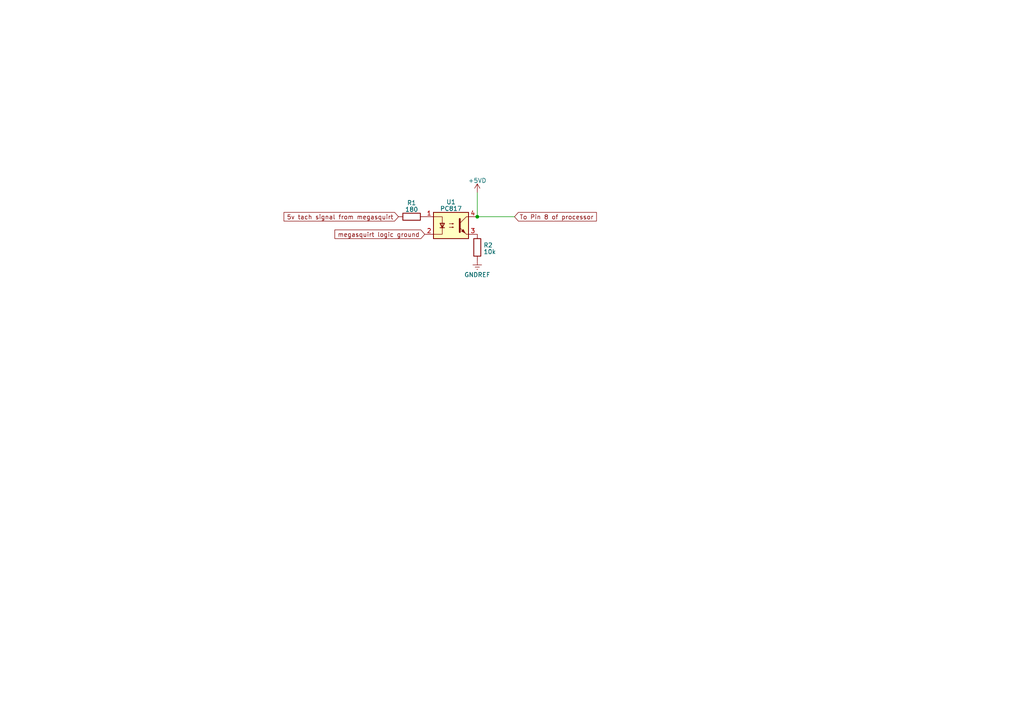
<source format=kicad_sch>
(kicad_sch (version 20230121) (generator eeschema)
  (paper "A4")
  (lib_symbols
    (symbol "Device:R" (pin_numbers hide) (pin_names (offset 0))
      (property "Reference" "R" (at 2.032 0 90))
      (property "Value" "R" (at 0 0 90))
      (symbol "R_0_1"
        (rectangle (start -1.016 -2.54) (end 1.016 2.54) (stroke (width 0.254)))
      )
      (symbol "R_1_1"
        (pin passive line (at 0 3.81 270) (length 1.27) (name "~") (number "1"))
        (pin passive line (at 0 -3.81 90) (length 1.27) (name "~") (number "2"))
      )
    )
    (symbol "Isolator:PC817" (pin_names (offset 1.016))
      (property "Reference" "U" (at -5.08 5.08 0))
      (property "Value" "PC817" (at 0 5.08 0))
      (symbol "PC817_0_1"
        (rectangle (start -5.08 3.81) (end 5.08 -3.81) (stroke (width 0.254)) (fill (type background)))
        (polyline (pts (xy -3.175 -0.635) (xy -1.905 -0.635)) (stroke (width 0.254)))
        (polyline (pts (xy 2.54 0.635) (xy 4.445 2.54)))
        (polyline (pts (xy 4.445 -2.54) (xy 2.54 -0.635)) (fill (type outline)))
        (polyline (pts (xy 4.445 -2.54) (xy 5.08 -2.54)))
        (polyline (pts (xy 4.445 2.54) (xy 5.08 2.54)))
        (polyline (pts (xy -5.08 2.54) (xy -2.54 2.54) (xy -2.54 -0.635)))
        (polyline (pts (xy -2.54 -0.635) (xy -2.54 -2.54) (xy -5.08 -2.54)))
        (polyline (pts (xy 2.54 1.905) (xy 2.54 -1.905) (xy 2.54 -1.905)) (stroke (width 0.508)))
        (polyline (pts (xy -2.54 -0.635) (xy -3.175 0.635) (xy -1.905 0.635) (xy -2.54 -0.635)) (stroke (width 0.254)))
        (polyline (pts (xy -0.508 -0.508) (xy 0.762 -0.508) (xy 0.381 -0.635) (xy 0.381 -0.381) (xy 0.762 -0.508)))
        (polyline (pts (xy -0.508 0.508) (xy 0.762 0.508) (xy 0.381 0.381) (xy 0.381 0.635) (xy 0.762 0.508)))
        (polyline (pts (xy 3.048 -1.651) (xy 3.556 -1.143) (xy 4.064 -2.159) (xy 3.048 -1.651) (xy 3.048 -1.651)) (fill (type outline)))
      )
      (symbol "PC817_1_1"
        (pin passive line (at -7.62 2.54 0) (length 2.54) (name "~") (number "1"))
        (pin passive line (at -7.62 -2.54 0) (length 2.54) (name "~") (number "2"))
        (pin passive line (at 7.62 -2.54 180) (length 2.54) (name "~") (number "3"))
        (pin passive line (at 7.62 2.54 180) (length 2.54) (name "~") (number "4"))
      )
    )
    (symbol "power:+5VD" (power) (pin_names (offset 0))
      (property "Value" "+5VD" (at 0 3.556 0))
      (symbol "+5VD_0_1"
        (polyline (pts (xy -0.762 1.27) (xy 0 2.54)))
        (polyline (pts (xy 0 0) (xy 0 2.54)))
        (polyline (pts (xy 0 2.54) (xy 0.762 1.27)))
      )
      (symbol "+5VD_1_1"
        (pin power_in line (at 0 0 90) (length 0) hide (name "+5VD") (number "1"))
      )
    )
    (symbol "power:GNDREF" (power) (pin_names (offset 0))
      (property "Value" "GNDREF" (at 0 -3.81 0))
      (symbol "GNDREF_0_1"
        (polyline (pts (xy -0.635 -1.905) (xy 0.635 -1.905)))
        (polyline (pts (xy -0.127 -2.54) (xy 0.127 -2.54)))
        (polyline (pts (xy 0 -1.27) (xy 0 0)))
        (polyline (pts (xy 1.27 -1.27) (xy -1.27 -1.27)))
      )
      (symbol "GNDREF_1_1"
        (pin power_in line (at 0 0 270) (length 0) hide (name "GNDREF") (number "1"))
      )
    )
  )
  (junction (at 138.43 62.865))
  (wire (pts (xy 138.43 55.88) (xy 138.43 62.865)))
  (wire (pts (xy 138.43 62.865) (xy 149.225 62.865)))
  (global_label "megasquirt logic ground" (shape input) (at 123.19 67.945 180) (property "Intersheetrefs" "${INTERSHEET_REFS}" (effects hide)))
  (global_label "5v tach signal from megasquirt" (shape input) (at 115.57 62.865 180) (property "Intersheetrefs" "${INTERSHEET_REFS}" (effects hide)))
  (global_label "To Pin 8 of processor" (shape input) (at 149.225 62.865 0) (property "Intersheetrefs" "${INTERSHEET_REFS}" (effects hide)))
  (symbol (lib_id "power:+5VD") (at 138.43 55.88 0) (unit 1)
    (property "Reference" "#PWR02" (effects hide))
    (property "Value" "+5VD" (at 138.43 52.3781 0))
  )
  (symbol (lib_id "Isolator:PC817") (at 130.81 65.405 0) (unit 1)
    (property "Reference" "U1" (at 130.81 58.5851 0))
    (property "Value" "PC817" (at 130.81 60.5061 0))
    (property "Footprint" "Package_DIP:DIP-4_W7.62mm" (effects hide))
    (property "Datasheet" "http://www.soselectronic.cz/a_info/resource/d/pc817.pdf" (effects hide))
  )
  (symbol (lib_id "Device:R") (at 119.38 62.865 90) (unit 1)
    (property "Reference" "R1" (at 119.38 58.8391 90))
    (property "Value" "180" (at 119.38 60.7601 90))
  )
  (symbol (lib_id "power:GNDREF") (at 138.43 75.565 0) (unit 1)
    (property "Reference" "#PWR01" (effects hide))
    (property "Value" "GNDREF" (at 138.43 79.7005 0))
  )
  (symbol (lib_id "Device:R") (at 138.43 71.755 0) (unit 1)
    (property "Reference" "R2" (at 140.208 71.1113 0) (effects (justify left)))
    (property "Value" "10k" (at 140.208 73.0323 0) (effects (justify left)))
  )
)
</source>
